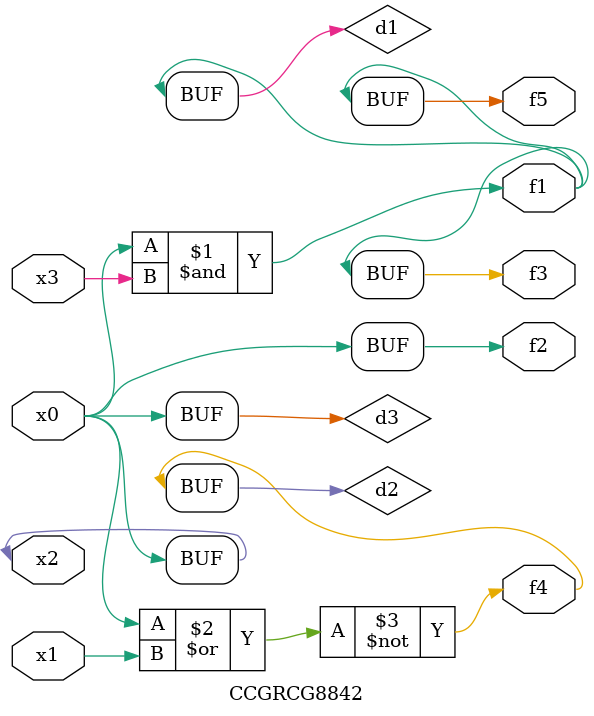
<source format=v>
module CCGRCG8842(
	input x0, x1, x2, x3,
	output f1, f2, f3, f4, f5
);

	wire d1, d2, d3;

	and (d1, x2, x3);
	nor (d2, x0, x1);
	buf (d3, x0, x2);
	assign f1 = d1;
	assign f2 = d3;
	assign f3 = d1;
	assign f4 = d2;
	assign f5 = d1;
endmodule

</source>
